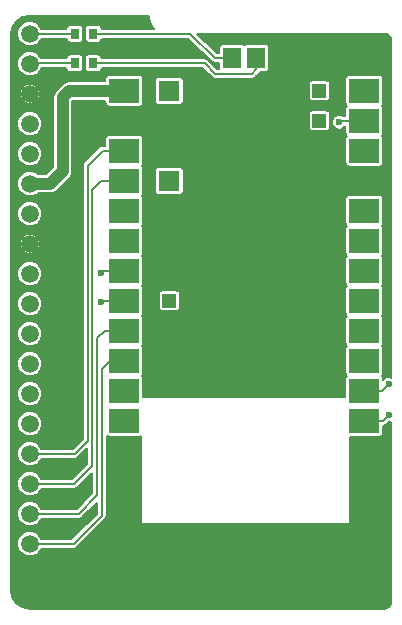
<source format=gbr>
G04 #@! TF.FileFunction,Copper,L1,Top,Signal*
%FSLAX46Y46*%
G04 Gerber Fmt 4.6, Leading zero omitted, Abs format (unit mm)*
G04 Created by KiCad (PCBNEW 4.0.6-e0-6349~53~ubuntu14.04.1) date Mon Apr  3 19:06:30 2017*
%MOMM*%
%LPD*%
G01*
G04 APERTURE LIST*
%ADD10C,0.100000*%
%ADD11C,1.500000*%
%ADD12R,0.787000X0.864000*%
%ADD13R,2.540000X2.032000*%
%ADD14R,1.143000X1.143000*%
%ADD15R,1.778000X1.778000*%
%ADD16R,1.524000X1.778000*%
%ADD17C,0.600000*%
%ADD18C,1.000000*%
%ADD19C,0.200000*%
G04 APERTURE END LIST*
D10*
D11*
X128000000Y-85990000D03*
X128000000Y-88530000D03*
X128000000Y-91070000D03*
X128000000Y-93610000D03*
X128000000Y-96150000D03*
X128000000Y-98690000D03*
X128000000Y-101230000D03*
X128000000Y-103770000D03*
X128000000Y-106310000D03*
X128000000Y-108850000D03*
X128000000Y-111390000D03*
X128000000Y-113930000D03*
X128000000Y-116470000D03*
X128000000Y-119010000D03*
X128000000Y-121550000D03*
X128000000Y-124090000D03*
X128000000Y-83450000D03*
X128000000Y-80910000D03*
D12*
X131825500Y-80900000D03*
X133374500Y-80900000D03*
X131825500Y-83400000D03*
X133374500Y-83400000D03*
D13*
X136000000Y-85742000D03*
X136000000Y-88282000D03*
X136000000Y-90822000D03*
X136000000Y-93362000D03*
X136000000Y-95902000D03*
X136000000Y-98442000D03*
X136000000Y-100982000D03*
X136000000Y-103522000D03*
X136000000Y-106062000D03*
X136000000Y-108602000D03*
X136000000Y-111142000D03*
X136000000Y-113682000D03*
X156320000Y-113682000D03*
X156320000Y-111142000D03*
X156320000Y-108602000D03*
X156320000Y-106062000D03*
X156320000Y-103522000D03*
X156320000Y-100982000D03*
X156320000Y-98442000D03*
X156320000Y-95902000D03*
X156320000Y-93362000D03*
X156320000Y-90822000D03*
X156320000Y-88282000D03*
X156320000Y-85742000D03*
D14*
X152510000Y-85742000D03*
X152510000Y-88282000D03*
D15*
X139810000Y-93362000D03*
X139810000Y-85742000D03*
D14*
X139810000Y-103522000D03*
D16*
X145144000Y-82948000D03*
X147176000Y-82948000D03*
D17*
X153600000Y-93600000D03*
X138600000Y-88400000D03*
X154200000Y-88400000D03*
X134000000Y-101200000D03*
X134000000Y-103600000D03*
X158400000Y-110600000D03*
X158400000Y-113200000D03*
D18*
X156320000Y-93362000D02*
X153838000Y-93362000D01*
X153838000Y-93362000D02*
X153600000Y-93600000D01*
X136000000Y-88282000D02*
X138482000Y-88282000D01*
X138482000Y-88282000D02*
X138600000Y-88400000D01*
D19*
X131825500Y-83400000D02*
X128050000Y-83400000D01*
X128050000Y-83400000D02*
X128000000Y-83450000D01*
X131825500Y-80900000D02*
X128010000Y-80900000D01*
X128010000Y-80900000D02*
X128000000Y-80910000D01*
D18*
X128000000Y-93610000D02*
X129690000Y-93610000D01*
X131358000Y-85742000D02*
X136000000Y-85742000D01*
X130800000Y-86300000D02*
X131358000Y-85742000D01*
X130800000Y-92500000D02*
X130800000Y-86300000D01*
X129690000Y-93610000D02*
X130800000Y-92500000D01*
D19*
X154318000Y-88282000D02*
X156320000Y-88282000D01*
X154200000Y-88400000D02*
X154318000Y-88282000D01*
X134218000Y-100982000D02*
X136000000Y-100982000D01*
X134000000Y-101200000D02*
X134218000Y-100982000D01*
X134078000Y-103522000D02*
X136000000Y-103522000D01*
X134000000Y-103600000D02*
X134078000Y-103522000D01*
X128000000Y-116470000D02*
X131830000Y-116470000D01*
X134178000Y-90822000D02*
X136000000Y-90822000D01*
X132899994Y-92100006D02*
X134178000Y-90822000D01*
X132899994Y-115400006D02*
X132899994Y-92100006D01*
X131830000Y-116470000D02*
X132899994Y-115400006D01*
X128000000Y-119010000D02*
X131790000Y-119010000D01*
X134038000Y-93362000D02*
X136000000Y-93362000D01*
X133299996Y-94100004D02*
X134038000Y-93362000D01*
X133299996Y-117500004D02*
X133299996Y-94100004D01*
X131790000Y-119010000D02*
X133299996Y-117500004D01*
X128000000Y-121550000D02*
X132150000Y-121550000D01*
X134338000Y-106062000D02*
X136000000Y-106062000D01*
X133699998Y-106700002D02*
X134338000Y-106062000D01*
X133699998Y-120000002D02*
X133699998Y-106700002D01*
X132150000Y-121550000D02*
X133699998Y-120000002D01*
X128000000Y-124090000D02*
X131710000Y-124090000D01*
X134100000Y-109300000D02*
X134798000Y-108602000D01*
X134100000Y-121700000D02*
X134100000Y-109300000D01*
X131710000Y-124090000D02*
X134100000Y-121700000D01*
X134798000Y-108602000D02*
X136000000Y-108602000D01*
X145144000Y-82948000D02*
X143648000Y-82948000D01*
X141600000Y-80900000D02*
X133374500Y-80900000D01*
X143648000Y-82948000D02*
X141600000Y-80900000D01*
X147176000Y-82948000D02*
X147176000Y-83924000D01*
X142800000Y-83400000D02*
X133374500Y-83400000D01*
X143700000Y-84300000D02*
X142800000Y-83400000D01*
X146800000Y-84300000D02*
X143700000Y-84300000D01*
X147176000Y-83924000D02*
X146800000Y-84300000D01*
X156320000Y-111142000D02*
X157858000Y-111142000D01*
X157858000Y-111142000D02*
X158400000Y-110600000D01*
X156320000Y-113682000D02*
X157918000Y-113682000D01*
X157918000Y-113682000D02*
X158400000Y-113200000D01*
G36*
X138037220Y-79410142D02*
X138068774Y-79431225D01*
X138089859Y-79462781D01*
X138112590Y-79577060D01*
X138188710Y-79959743D01*
X138247689Y-80102133D01*
X138464462Y-80426557D01*
X138517905Y-80480000D01*
X134094269Y-80480000D01*
X134094269Y-80468000D01*
X134071956Y-80349415D01*
X134001872Y-80240502D01*
X133894937Y-80167436D01*
X133768000Y-80141731D01*
X132981000Y-80141731D01*
X132862415Y-80164044D01*
X132753502Y-80234128D01*
X132680436Y-80341063D01*
X132654731Y-80468000D01*
X132654731Y-81332000D01*
X132677044Y-81450585D01*
X132747128Y-81559498D01*
X132854063Y-81632564D01*
X132981000Y-81658269D01*
X133768000Y-81658269D01*
X133886585Y-81635956D01*
X133995498Y-81565872D01*
X134068564Y-81458937D01*
X134094269Y-81332000D01*
X134094269Y-81320000D01*
X141426030Y-81320000D01*
X143351015Y-83244985D01*
X143487273Y-83336029D01*
X143648000Y-83368000D01*
X144055731Y-83368000D01*
X144055731Y-83837000D01*
X144063822Y-83880000D01*
X143873970Y-83880000D01*
X143096985Y-83103015D01*
X142960727Y-83011971D01*
X142800000Y-82980000D01*
X134094269Y-82980000D01*
X134094269Y-82968000D01*
X134071956Y-82849415D01*
X134001872Y-82740502D01*
X133894937Y-82667436D01*
X133768000Y-82641731D01*
X132981000Y-82641731D01*
X132862415Y-82664044D01*
X132753502Y-82734128D01*
X132680436Y-82841063D01*
X132654731Y-82968000D01*
X132654731Y-83832000D01*
X132677044Y-83950585D01*
X132747128Y-84059498D01*
X132854063Y-84132564D01*
X132981000Y-84158269D01*
X133768000Y-84158269D01*
X133886585Y-84135956D01*
X133995498Y-84065872D01*
X134068564Y-83958937D01*
X134094269Y-83832000D01*
X134094269Y-83820000D01*
X142626030Y-83820000D01*
X143403015Y-84596985D01*
X143539273Y-84688029D01*
X143700000Y-84720000D01*
X146800000Y-84720000D01*
X146960727Y-84688029D01*
X147096985Y-84596985D01*
X147472985Y-84220985D01*
X147511549Y-84163269D01*
X147938000Y-84163269D01*
X148056585Y-84140956D01*
X148165498Y-84070872D01*
X148238564Y-83963937D01*
X148264269Y-83837000D01*
X148264269Y-82059000D01*
X148241956Y-81940415D01*
X148171872Y-81831502D01*
X148064937Y-81758436D01*
X147938000Y-81732731D01*
X146414000Y-81732731D01*
X146295415Y-81755044D01*
X146186502Y-81825128D01*
X146160376Y-81863365D01*
X146139872Y-81831502D01*
X146032937Y-81758436D01*
X145906000Y-81732731D01*
X144382000Y-81732731D01*
X144263415Y-81755044D01*
X144154502Y-81825128D01*
X144081436Y-81932063D01*
X144055731Y-82059000D01*
X144055731Y-82528000D01*
X143821970Y-82528000D01*
X142188970Y-80895000D01*
X157961098Y-80895000D01*
X158228561Y-80948201D01*
X158422327Y-81077671D01*
X158551799Y-81271440D01*
X158605000Y-81538902D01*
X158605000Y-110013797D01*
X158523867Y-109980107D01*
X158277215Y-109979892D01*
X158049257Y-110074083D01*
X157916269Y-110206839D01*
X157916269Y-110126000D01*
X157893956Y-110007415D01*
X157823872Y-109898502D01*
X157785635Y-109872376D01*
X157817498Y-109851872D01*
X157890564Y-109744937D01*
X157916269Y-109618000D01*
X157916269Y-107586000D01*
X157893956Y-107467415D01*
X157823872Y-107358502D01*
X157785635Y-107332376D01*
X157817498Y-107311872D01*
X157890564Y-107204937D01*
X157916269Y-107078000D01*
X157916269Y-105046000D01*
X157893956Y-104927415D01*
X157823872Y-104818502D01*
X157785635Y-104792376D01*
X157817498Y-104771872D01*
X157890564Y-104664937D01*
X157916269Y-104538000D01*
X157916269Y-102506000D01*
X157893956Y-102387415D01*
X157823872Y-102278502D01*
X157785635Y-102252376D01*
X157817498Y-102231872D01*
X157890564Y-102124937D01*
X157916269Y-101998000D01*
X157916269Y-99966000D01*
X157893956Y-99847415D01*
X157823872Y-99738502D01*
X157785635Y-99712376D01*
X157817498Y-99691872D01*
X157890564Y-99584937D01*
X157916269Y-99458000D01*
X157916269Y-97426000D01*
X157893956Y-97307415D01*
X157823872Y-97198502D01*
X157785635Y-97172376D01*
X157817498Y-97151872D01*
X157890564Y-97044937D01*
X157916269Y-96918000D01*
X157916269Y-94886000D01*
X157893956Y-94767415D01*
X157823872Y-94658502D01*
X157716937Y-94585436D01*
X157590000Y-94559731D01*
X155050000Y-94559731D01*
X154931415Y-94582044D01*
X154822502Y-94652128D01*
X154749436Y-94759063D01*
X154723731Y-94886000D01*
X154723731Y-96918000D01*
X154746044Y-97036585D01*
X154816128Y-97145498D01*
X154854365Y-97171624D01*
X154822502Y-97192128D01*
X154749436Y-97299063D01*
X154723731Y-97426000D01*
X154723731Y-99458000D01*
X154746044Y-99576585D01*
X154816128Y-99685498D01*
X154854365Y-99711624D01*
X154822502Y-99732128D01*
X154749436Y-99839063D01*
X154723731Y-99966000D01*
X154723731Y-101998000D01*
X154746044Y-102116585D01*
X154816128Y-102225498D01*
X154854365Y-102251624D01*
X154822502Y-102272128D01*
X154749436Y-102379063D01*
X154723731Y-102506000D01*
X154723731Y-104538000D01*
X154746044Y-104656585D01*
X154816128Y-104765498D01*
X154854365Y-104791624D01*
X154822502Y-104812128D01*
X154749436Y-104919063D01*
X154723731Y-105046000D01*
X154723731Y-107078000D01*
X154746044Y-107196585D01*
X154816128Y-107305498D01*
X154854365Y-107331624D01*
X154822502Y-107352128D01*
X154749436Y-107459063D01*
X154723731Y-107586000D01*
X154723731Y-109618000D01*
X154746044Y-109736585D01*
X154816128Y-109845498D01*
X154854365Y-109871624D01*
X154822502Y-109892128D01*
X154749436Y-109999063D01*
X154723731Y-110126000D01*
X154723731Y-111700000D01*
X137596269Y-111700000D01*
X137596269Y-110126000D01*
X137573956Y-110007415D01*
X137503872Y-109898502D01*
X137465635Y-109872376D01*
X137497498Y-109851872D01*
X137570564Y-109744937D01*
X137596269Y-109618000D01*
X137596269Y-107586000D01*
X137573956Y-107467415D01*
X137503872Y-107358502D01*
X137465635Y-107332376D01*
X137497498Y-107311872D01*
X137570564Y-107204937D01*
X137596269Y-107078000D01*
X137596269Y-105046000D01*
X137573956Y-104927415D01*
X137503872Y-104818502D01*
X137465635Y-104792376D01*
X137497498Y-104771872D01*
X137570564Y-104664937D01*
X137596269Y-104538000D01*
X137596269Y-102950500D01*
X138912231Y-102950500D01*
X138912231Y-104093500D01*
X138934544Y-104212085D01*
X139004628Y-104320998D01*
X139111563Y-104394064D01*
X139238500Y-104419769D01*
X140381500Y-104419769D01*
X140500085Y-104397456D01*
X140608998Y-104327372D01*
X140682064Y-104220437D01*
X140707769Y-104093500D01*
X140707769Y-102950500D01*
X140685456Y-102831915D01*
X140615372Y-102723002D01*
X140508437Y-102649936D01*
X140381500Y-102624231D01*
X139238500Y-102624231D01*
X139119915Y-102646544D01*
X139011002Y-102716628D01*
X138937936Y-102823563D01*
X138912231Y-102950500D01*
X137596269Y-102950500D01*
X137596269Y-102506000D01*
X137573956Y-102387415D01*
X137503872Y-102278502D01*
X137465635Y-102252376D01*
X137497498Y-102231872D01*
X137570564Y-102124937D01*
X137596269Y-101998000D01*
X137596269Y-99966000D01*
X137573956Y-99847415D01*
X137503872Y-99738502D01*
X137465635Y-99712376D01*
X137497498Y-99691872D01*
X137570564Y-99584937D01*
X137596269Y-99458000D01*
X137596269Y-97426000D01*
X137573956Y-97307415D01*
X137503872Y-97198502D01*
X137465635Y-97172376D01*
X137497498Y-97151872D01*
X137570564Y-97044937D01*
X137596269Y-96918000D01*
X137596269Y-94886000D01*
X137573956Y-94767415D01*
X137503872Y-94658502D01*
X137465635Y-94632376D01*
X137497498Y-94611872D01*
X137570564Y-94504937D01*
X137596269Y-94378000D01*
X137596269Y-92473000D01*
X138594731Y-92473000D01*
X138594731Y-94251000D01*
X138617044Y-94369585D01*
X138687128Y-94478498D01*
X138794063Y-94551564D01*
X138921000Y-94577269D01*
X140699000Y-94577269D01*
X140817585Y-94554956D01*
X140926498Y-94484872D01*
X140999564Y-94377937D01*
X141025269Y-94251000D01*
X141025269Y-93412000D01*
X154950000Y-93412000D01*
X154950000Y-94397891D01*
X154965224Y-94434646D01*
X154993355Y-94462776D01*
X155030109Y-94478000D01*
X156270000Y-94478000D01*
X156295000Y-94453000D01*
X156295000Y-93387000D01*
X156345000Y-93387000D01*
X156345000Y-94453000D01*
X156370000Y-94478000D01*
X157609891Y-94478000D01*
X157646645Y-94462776D01*
X157674776Y-94434646D01*
X157690000Y-94397891D01*
X157690000Y-93412000D01*
X157665000Y-93387000D01*
X156345000Y-93387000D01*
X156295000Y-93387000D01*
X154975000Y-93387000D01*
X154950000Y-93412000D01*
X141025269Y-93412000D01*
X141025269Y-92473000D01*
X141002956Y-92354415D01*
X140984742Y-92326109D01*
X154950000Y-92326109D01*
X154950000Y-93312000D01*
X154975000Y-93337000D01*
X156295000Y-93337000D01*
X156295000Y-92271000D01*
X156345000Y-92271000D01*
X156345000Y-93337000D01*
X157665000Y-93337000D01*
X157690000Y-93312000D01*
X157690000Y-92326109D01*
X157674776Y-92289354D01*
X157646645Y-92261224D01*
X157609891Y-92246000D01*
X156370000Y-92246000D01*
X156345000Y-92271000D01*
X156295000Y-92271000D01*
X156270000Y-92246000D01*
X155030109Y-92246000D01*
X154993355Y-92261224D01*
X154965224Y-92289354D01*
X154950000Y-92326109D01*
X140984742Y-92326109D01*
X140932872Y-92245502D01*
X140825937Y-92172436D01*
X140699000Y-92146731D01*
X138921000Y-92146731D01*
X138802415Y-92169044D01*
X138693502Y-92239128D01*
X138620436Y-92346063D01*
X138594731Y-92473000D01*
X137596269Y-92473000D01*
X137596269Y-92346000D01*
X137573956Y-92227415D01*
X137503872Y-92118502D01*
X137465635Y-92092376D01*
X137497498Y-92071872D01*
X137570564Y-91964937D01*
X137596269Y-91838000D01*
X137596269Y-89806000D01*
X137573956Y-89687415D01*
X137503872Y-89578502D01*
X137396937Y-89505436D01*
X137270000Y-89479731D01*
X134730000Y-89479731D01*
X134611415Y-89502044D01*
X134502502Y-89572128D01*
X134429436Y-89679063D01*
X134403731Y-89806000D01*
X134403731Y-90402000D01*
X134178000Y-90402000D01*
X134017273Y-90433971D01*
X133881015Y-90525015D01*
X132603009Y-91803021D01*
X132511965Y-91939279D01*
X132479994Y-92100006D01*
X132479994Y-115226036D01*
X131656030Y-116050000D01*
X128984202Y-116050000D01*
X128907631Y-115864685D01*
X128606898Y-115563427D01*
X128213770Y-115400186D01*
X127788098Y-115399814D01*
X127394685Y-115562369D01*
X127093427Y-115863102D01*
X126930186Y-116256230D01*
X126929814Y-116681902D01*
X127092369Y-117075315D01*
X127393102Y-117376573D01*
X127786230Y-117539814D01*
X128211902Y-117540186D01*
X128605315Y-117377631D01*
X128906573Y-117076898D01*
X128984180Y-116890000D01*
X131830000Y-116890000D01*
X131990727Y-116858029D01*
X132126985Y-116766985D01*
X132879996Y-116013974D01*
X132879996Y-117326034D01*
X131616030Y-118590000D01*
X128984202Y-118590000D01*
X128907631Y-118404685D01*
X128606898Y-118103427D01*
X128213770Y-117940186D01*
X127788098Y-117939814D01*
X127394685Y-118102369D01*
X127093427Y-118403102D01*
X126930186Y-118796230D01*
X126929814Y-119221902D01*
X127092369Y-119615315D01*
X127393102Y-119916573D01*
X127786230Y-120079814D01*
X128211902Y-120080186D01*
X128605315Y-119917631D01*
X128906573Y-119616898D01*
X128984180Y-119430000D01*
X131790000Y-119430000D01*
X131950727Y-119398029D01*
X132086985Y-119306985D01*
X133279998Y-118113972D01*
X133279998Y-119826032D01*
X131976030Y-121130000D01*
X128984202Y-121130000D01*
X128907631Y-120944685D01*
X128606898Y-120643427D01*
X128213770Y-120480186D01*
X127788098Y-120479814D01*
X127394685Y-120642369D01*
X127093427Y-120943102D01*
X126930186Y-121336230D01*
X126929814Y-121761902D01*
X127092369Y-122155315D01*
X127393102Y-122456573D01*
X127786230Y-122619814D01*
X128211902Y-122620186D01*
X128605315Y-122457631D01*
X128906573Y-122156898D01*
X128984180Y-121970000D01*
X132150000Y-121970000D01*
X132310727Y-121938029D01*
X132446985Y-121846985D01*
X133680000Y-120613970D01*
X133680000Y-121526030D01*
X131536030Y-123670000D01*
X128984202Y-123670000D01*
X128907631Y-123484685D01*
X128606898Y-123183427D01*
X128213770Y-123020186D01*
X127788098Y-123019814D01*
X127394685Y-123182369D01*
X127093427Y-123483102D01*
X126930186Y-123876230D01*
X126929814Y-124301902D01*
X127092369Y-124695315D01*
X127393102Y-124996573D01*
X127786230Y-125159814D01*
X128211902Y-125160186D01*
X128605315Y-124997631D01*
X128906573Y-124696898D01*
X128984180Y-124510000D01*
X131710000Y-124510000D01*
X131870727Y-124478029D01*
X132006985Y-124386985D01*
X134396985Y-121996985D01*
X134488029Y-121860727D01*
X134520000Y-121700000D01*
X134520000Y-114941809D01*
X134603063Y-114998564D01*
X134730000Y-115024269D01*
X137270000Y-115024269D01*
X137388585Y-115001956D01*
X137400000Y-114994611D01*
X137400000Y-122300000D01*
X137406839Y-122336346D01*
X137428319Y-122369727D01*
X137461094Y-122392121D01*
X137500000Y-122400000D01*
X155000000Y-122400000D01*
X155036346Y-122393161D01*
X155069727Y-122371681D01*
X155092121Y-122338906D01*
X155100000Y-122300000D01*
X155100000Y-115024269D01*
X157590000Y-115024269D01*
X157708585Y-115001956D01*
X157817498Y-114931872D01*
X157890564Y-114824937D01*
X157916269Y-114698000D01*
X157916269Y-114102000D01*
X157918000Y-114102000D01*
X158078727Y-114070029D01*
X158214985Y-113978985D01*
X158373992Y-113819978D01*
X158522785Y-113820108D01*
X158605000Y-113786137D01*
X158605000Y-128961098D01*
X158551799Y-129228560D01*
X158422327Y-129422329D01*
X158228561Y-129551799D01*
X157961098Y-129605000D01*
X128038903Y-129605000D01*
X127388755Y-129475677D01*
X126870565Y-129129435D01*
X126524323Y-128611245D01*
X126395000Y-127961096D01*
X126395000Y-114141902D01*
X126929814Y-114141902D01*
X127092369Y-114535315D01*
X127393102Y-114836573D01*
X127786230Y-114999814D01*
X128211902Y-115000186D01*
X128605315Y-114837631D01*
X128906573Y-114536898D01*
X129069814Y-114143770D01*
X129070186Y-113718098D01*
X128907631Y-113324685D01*
X128606898Y-113023427D01*
X128213770Y-112860186D01*
X127788098Y-112859814D01*
X127394685Y-113022369D01*
X127093427Y-113323102D01*
X126930186Y-113716230D01*
X126929814Y-114141902D01*
X126395000Y-114141902D01*
X126395000Y-111601902D01*
X126929814Y-111601902D01*
X127092369Y-111995315D01*
X127393102Y-112296573D01*
X127786230Y-112459814D01*
X128211902Y-112460186D01*
X128605315Y-112297631D01*
X128906573Y-111996898D01*
X129069814Y-111603770D01*
X129070186Y-111178098D01*
X128907631Y-110784685D01*
X128606898Y-110483427D01*
X128213770Y-110320186D01*
X127788098Y-110319814D01*
X127394685Y-110482369D01*
X127093427Y-110783102D01*
X126930186Y-111176230D01*
X126929814Y-111601902D01*
X126395000Y-111601902D01*
X126395000Y-109061902D01*
X126929814Y-109061902D01*
X127092369Y-109455315D01*
X127393102Y-109756573D01*
X127786230Y-109919814D01*
X128211902Y-109920186D01*
X128605315Y-109757631D01*
X128906573Y-109456898D01*
X129069814Y-109063770D01*
X129070186Y-108638098D01*
X128907631Y-108244685D01*
X128606898Y-107943427D01*
X128213770Y-107780186D01*
X127788098Y-107779814D01*
X127394685Y-107942369D01*
X127093427Y-108243102D01*
X126930186Y-108636230D01*
X126929814Y-109061902D01*
X126395000Y-109061902D01*
X126395000Y-106521902D01*
X126929814Y-106521902D01*
X127092369Y-106915315D01*
X127393102Y-107216573D01*
X127786230Y-107379814D01*
X128211902Y-107380186D01*
X128605315Y-107217631D01*
X128906573Y-106916898D01*
X129069814Y-106523770D01*
X129070186Y-106098098D01*
X128907631Y-105704685D01*
X128606898Y-105403427D01*
X128213770Y-105240186D01*
X127788098Y-105239814D01*
X127394685Y-105402369D01*
X127093427Y-105703102D01*
X126930186Y-106096230D01*
X126929814Y-106521902D01*
X126395000Y-106521902D01*
X126395000Y-103981902D01*
X126929814Y-103981902D01*
X127092369Y-104375315D01*
X127393102Y-104676573D01*
X127786230Y-104839814D01*
X128211902Y-104840186D01*
X128605315Y-104677631D01*
X128906573Y-104376898D01*
X129069814Y-103983770D01*
X129070186Y-103558098D01*
X128907631Y-103164685D01*
X128606898Y-102863427D01*
X128213770Y-102700186D01*
X127788098Y-102699814D01*
X127394685Y-102862369D01*
X127093427Y-103163102D01*
X126930186Y-103556230D01*
X126929814Y-103981902D01*
X126395000Y-103981902D01*
X126395000Y-101441902D01*
X126929814Y-101441902D01*
X127092369Y-101835315D01*
X127393102Y-102136573D01*
X127786230Y-102299814D01*
X128211902Y-102300186D01*
X128605315Y-102137631D01*
X128906573Y-101836898D01*
X129069814Y-101443770D01*
X129070186Y-101018098D01*
X128907631Y-100624685D01*
X128606898Y-100323427D01*
X128213770Y-100160186D01*
X127788098Y-100159814D01*
X127394685Y-100322369D01*
X127093427Y-100623102D01*
X126930186Y-101016230D01*
X126929814Y-101441902D01*
X126395000Y-101441902D01*
X126395000Y-99302553D01*
X127422802Y-99302553D01*
X127511032Y-99405539D01*
X127822078Y-99538192D01*
X128160210Y-99541715D01*
X128473952Y-99415573D01*
X128488968Y-99405539D01*
X128577198Y-99302553D01*
X128000000Y-98725355D01*
X127422802Y-99302553D01*
X126395000Y-99302553D01*
X126395000Y-98850210D01*
X127148285Y-98850210D01*
X127274427Y-99163952D01*
X127284461Y-99178968D01*
X127387447Y-99267198D01*
X127964645Y-98690000D01*
X128035355Y-98690000D01*
X128612553Y-99267198D01*
X128715539Y-99178968D01*
X128848192Y-98867922D01*
X128851715Y-98529790D01*
X128725573Y-98216048D01*
X128715539Y-98201032D01*
X128612553Y-98112802D01*
X128035355Y-98690000D01*
X127964645Y-98690000D01*
X127387447Y-98112802D01*
X127284461Y-98201032D01*
X127151808Y-98512078D01*
X127148285Y-98850210D01*
X126395000Y-98850210D01*
X126395000Y-98077447D01*
X127422802Y-98077447D01*
X128000000Y-98654645D01*
X128577198Y-98077447D01*
X128488968Y-97974461D01*
X128177922Y-97841808D01*
X127839790Y-97838285D01*
X127526048Y-97964427D01*
X127511032Y-97974461D01*
X127422802Y-98077447D01*
X126395000Y-98077447D01*
X126395000Y-96361902D01*
X126929814Y-96361902D01*
X127092369Y-96755315D01*
X127393102Y-97056573D01*
X127786230Y-97219814D01*
X128211902Y-97220186D01*
X128605315Y-97057631D01*
X128906573Y-96756898D01*
X129069814Y-96363770D01*
X129070186Y-95938098D01*
X128907631Y-95544685D01*
X128606898Y-95243427D01*
X128213770Y-95080186D01*
X127788098Y-95079814D01*
X127394685Y-95242369D01*
X127093427Y-95543102D01*
X126930186Y-95936230D01*
X126929814Y-96361902D01*
X126395000Y-96361902D01*
X126395000Y-93821902D01*
X126929814Y-93821902D01*
X127092369Y-94215315D01*
X127393102Y-94516573D01*
X127786230Y-94679814D01*
X128211902Y-94680186D01*
X128605315Y-94517631D01*
X128693099Y-94430000D01*
X129689995Y-94430000D01*
X129690000Y-94430001D01*
X130003801Y-94367581D01*
X130269828Y-94189828D01*
X131379828Y-93079828D01*
X131557581Y-92813801D01*
X131620001Y-92500000D01*
X131620000Y-92499995D01*
X131620000Y-88332000D01*
X134630000Y-88332000D01*
X134630000Y-89317891D01*
X134645224Y-89354646D01*
X134673355Y-89382776D01*
X134710109Y-89398000D01*
X135950000Y-89398000D01*
X135975000Y-89373000D01*
X135975000Y-88307000D01*
X136025000Y-88307000D01*
X136025000Y-89373000D01*
X136050000Y-89398000D01*
X137289891Y-89398000D01*
X137326645Y-89382776D01*
X137354776Y-89354646D01*
X137370000Y-89317891D01*
X137370000Y-88332000D01*
X137345000Y-88307000D01*
X136025000Y-88307000D01*
X135975000Y-88307000D01*
X134655000Y-88307000D01*
X134630000Y-88332000D01*
X131620000Y-88332000D01*
X131620000Y-87246109D01*
X134630000Y-87246109D01*
X134630000Y-88232000D01*
X134655000Y-88257000D01*
X135975000Y-88257000D01*
X135975000Y-87191000D01*
X136025000Y-87191000D01*
X136025000Y-88257000D01*
X137345000Y-88257000D01*
X137370000Y-88232000D01*
X137370000Y-87710500D01*
X151612231Y-87710500D01*
X151612231Y-88853500D01*
X151634544Y-88972085D01*
X151704628Y-89080998D01*
X151811563Y-89154064D01*
X151938500Y-89179769D01*
X153081500Y-89179769D01*
X153200085Y-89157456D01*
X153308998Y-89087372D01*
X153382064Y-88980437D01*
X153407769Y-88853500D01*
X153407769Y-88522785D01*
X153579892Y-88522785D01*
X153674083Y-88750743D01*
X153848339Y-88925304D01*
X154076133Y-89019893D01*
X154322785Y-89020108D01*
X154550743Y-88925917D01*
X154723731Y-88753231D01*
X154723731Y-89298000D01*
X154746044Y-89416585D01*
X154816128Y-89525498D01*
X154854365Y-89551624D01*
X154822502Y-89572128D01*
X154749436Y-89679063D01*
X154723731Y-89806000D01*
X154723731Y-91838000D01*
X154746044Y-91956585D01*
X154816128Y-92065498D01*
X154923063Y-92138564D01*
X155050000Y-92164269D01*
X157590000Y-92164269D01*
X157708585Y-92141956D01*
X157817498Y-92071872D01*
X157890564Y-91964937D01*
X157916269Y-91838000D01*
X157916269Y-89806000D01*
X157893956Y-89687415D01*
X157823872Y-89578502D01*
X157785635Y-89552376D01*
X157817498Y-89531872D01*
X157890564Y-89424937D01*
X157916269Y-89298000D01*
X157916269Y-87266000D01*
X157893956Y-87147415D01*
X157823872Y-87038502D01*
X157785635Y-87012376D01*
X157817498Y-86991872D01*
X157890564Y-86884937D01*
X157916269Y-86758000D01*
X157916269Y-84726000D01*
X157893956Y-84607415D01*
X157823872Y-84498502D01*
X157716937Y-84425436D01*
X157590000Y-84399731D01*
X155050000Y-84399731D01*
X154931415Y-84422044D01*
X154822502Y-84492128D01*
X154749436Y-84599063D01*
X154723731Y-84726000D01*
X154723731Y-86758000D01*
X154746044Y-86876585D01*
X154816128Y-86985498D01*
X154854365Y-87011624D01*
X154822502Y-87032128D01*
X154749436Y-87139063D01*
X154723731Y-87266000D01*
X154723731Y-87862000D01*
X154521086Y-87862000D01*
X154323867Y-87780107D01*
X154077215Y-87779892D01*
X153849257Y-87874083D01*
X153674696Y-88048339D01*
X153580107Y-88276133D01*
X153579892Y-88522785D01*
X153407769Y-88522785D01*
X153407769Y-87710500D01*
X153385456Y-87591915D01*
X153315372Y-87483002D01*
X153208437Y-87409936D01*
X153081500Y-87384231D01*
X151938500Y-87384231D01*
X151819915Y-87406544D01*
X151711002Y-87476628D01*
X151637936Y-87583563D01*
X151612231Y-87710500D01*
X137370000Y-87710500D01*
X137370000Y-87246109D01*
X137354776Y-87209354D01*
X137326645Y-87181224D01*
X137289891Y-87166000D01*
X136050000Y-87166000D01*
X136025000Y-87191000D01*
X135975000Y-87191000D01*
X135950000Y-87166000D01*
X134710109Y-87166000D01*
X134673355Y-87181224D01*
X134645224Y-87209354D01*
X134630000Y-87246109D01*
X131620000Y-87246109D01*
X131620000Y-86639656D01*
X131697655Y-86562000D01*
X134403731Y-86562000D01*
X134403731Y-86758000D01*
X134426044Y-86876585D01*
X134496128Y-86985498D01*
X134603063Y-87058564D01*
X134730000Y-87084269D01*
X137270000Y-87084269D01*
X137388585Y-87061956D01*
X137497498Y-86991872D01*
X137570564Y-86884937D01*
X137596269Y-86758000D01*
X137596269Y-84853000D01*
X138594731Y-84853000D01*
X138594731Y-86631000D01*
X138617044Y-86749585D01*
X138687128Y-86858498D01*
X138794063Y-86931564D01*
X138921000Y-86957269D01*
X140699000Y-86957269D01*
X140817585Y-86934956D01*
X140926498Y-86864872D01*
X140999564Y-86757937D01*
X141025269Y-86631000D01*
X141025269Y-85170500D01*
X151612231Y-85170500D01*
X151612231Y-86313500D01*
X151634544Y-86432085D01*
X151704628Y-86540998D01*
X151811563Y-86614064D01*
X151938500Y-86639769D01*
X153081500Y-86639769D01*
X153200085Y-86617456D01*
X153308998Y-86547372D01*
X153382064Y-86440437D01*
X153407769Y-86313500D01*
X153407769Y-85170500D01*
X153385456Y-85051915D01*
X153315372Y-84943002D01*
X153208437Y-84869936D01*
X153081500Y-84844231D01*
X151938500Y-84844231D01*
X151819915Y-84866544D01*
X151711002Y-84936628D01*
X151637936Y-85043563D01*
X151612231Y-85170500D01*
X141025269Y-85170500D01*
X141025269Y-84853000D01*
X141002956Y-84734415D01*
X140932872Y-84625502D01*
X140825937Y-84552436D01*
X140699000Y-84526731D01*
X138921000Y-84526731D01*
X138802415Y-84549044D01*
X138693502Y-84619128D01*
X138620436Y-84726063D01*
X138594731Y-84853000D01*
X137596269Y-84853000D01*
X137596269Y-84726000D01*
X137573956Y-84607415D01*
X137503872Y-84498502D01*
X137396937Y-84425436D01*
X137270000Y-84399731D01*
X134730000Y-84399731D01*
X134611415Y-84422044D01*
X134502502Y-84492128D01*
X134429436Y-84599063D01*
X134403731Y-84726000D01*
X134403731Y-84922000D01*
X131358005Y-84922000D01*
X131358000Y-84921999D01*
X131044199Y-84984419D01*
X130955684Y-85043563D01*
X130778172Y-85162172D01*
X130778170Y-85162175D01*
X130220172Y-85720172D01*
X130042419Y-85986199D01*
X129979999Y-86300000D01*
X129980000Y-86300005D01*
X129980000Y-92160344D01*
X129350344Y-92790000D01*
X128693320Y-92790000D01*
X128606898Y-92703427D01*
X128213770Y-92540186D01*
X127788098Y-92539814D01*
X127394685Y-92702369D01*
X127093427Y-93003102D01*
X126930186Y-93396230D01*
X126929814Y-93821902D01*
X126395000Y-93821902D01*
X126395000Y-91281902D01*
X126929814Y-91281902D01*
X127092369Y-91675315D01*
X127393102Y-91976573D01*
X127786230Y-92139814D01*
X128211902Y-92140186D01*
X128605315Y-91977631D01*
X128906573Y-91676898D01*
X129069814Y-91283770D01*
X129070186Y-90858098D01*
X128907631Y-90464685D01*
X128606898Y-90163427D01*
X128213770Y-90000186D01*
X127788098Y-89999814D01*
X127394685Y-90162369D01*
X127093427Y-90463102D01*
X126930186Y-90856230D01*
X126929814Y-91281902D01*
X126395000Y-91281902D01*
X126395000Y-88741902D01*
X126929814Y-88741902D01*
X127092369Y-89135315D01*
X127393102Y-89436573D01*
X127786230Y-89599814D01*
X128211902Y-89600186D01*
X128605315Y-89437631D01*
X128906573Y-89136898D01*
X129069814Y-88743770D01*
X129070186Y-88318098D01*
X128907631Y-87924685D01*
X128606898Y-87623427D01*
X128213770Y-87460186D01*
X127788098Y-87459814D01*
X127394685Y-87622369D01*
X127093427Y-87923102D01*
X126930186Y-88316230D01*
X126929814Y-88741902D01*
X126395000Y-88741902D01*
X126395000Y-86602553D01*
X127422802Y-86602553D01*
X127511032Y-86705539D01*
X127822078Y-86838192D01*
X128160210Y-86841715D01*
X128473952Y-86715573D01*
X128488968Y-86705539D01*
X128577198Y-86602553D01*
X128000000Y-86025355D01*
X127422802Y-86602553D01*
X126395000Y-86602553D01*
X126395000Y-86150210D01*
X127148285Y-86150210D01*
X127274427Y-86463952D01*
X127284461Y-86478968D01*
X127387447Y-86567198D01*
X127964645Y-85990000D01*
X128035355Y-85990000D01*
X128612553Y-86567198D01*
X128715539Y-86478968D01*
X128848192Y-86167922D01*
X128851715Y-85829790D01*
X128725573Y-85516048D01*
X128715539Y-85501032D01*
X128612553Y-85412802D01*
X128035355Y-85990000D01*
X127964645Y-85990000D01*
X127387447Y-85412802D01*
X127284461Y-85501032D01*
X127151808Y-85812078D01*
X127148285Y-86150210D01*
X126395000Y-86150210D01*
X126395000Y-85377447D01*
X127422802Y-85377447D01*
X128000000Y-85954645D01*
X128577198Y-85377447D01*
X128488968Y-85274461D01*
X128177922Y-85141808D01*
X127839790Y-85138285D01*
X127526048Y-85264427D01*
X127511032Y-85274461D01*
X127422802Y-85377447D01*
X126395000Y-85377447D01*
X126395000Y-83661902D01*
X126929814Y-83661902D01*
X127092369Y-84055315D01*
X127393102Y-84356573D01*
X127786230Y-84519814D01*
X128211902Y-84520186D01*
X128605315Y-84357631D01*
X128906573Y-84056898D01*
X129004942Y-83820000D01*
X131105731Y-83820000D01*
X131105731Y-83832000D01*
X131128044Y-83950585D01*
X131198128Y-84059498D01*
X131305063Y-84132564D01*
X131432000Y-84158269D01*
X132219000Y-84158269D01*
X132337585Y-84135956D01*
X132446498Y-84065872D01*
X132519564Y-83958937D01*
X132545269Y-83832000D01*
X132545269Y-82968000D01*
X132522956Y-82849415D01*
X132452872Y-82740502D01*
X132345937Y-82667436D01*
X132219000Y-82641731D01*
X131432000Y-82641731D01*
X131313415Y-82664044D01*
X131204502Y-82734128D01*
X131131436Y-82841063D01*
X131105731Y-82968000D01*
X131105731Y-82980000D01*
X128963542Y-82980000D01*
X128907631Y-82844685D01*
X128606898Y-82543427D01*
X128213770Y-82380186D01*
X127788098Y-82379814D01*
X127394685Y-82542369D01*
X127093427Y-82843102D01*
X126930186Y-83236230D01*
X126929814Y-83661902D01*
X126395000Y-83661902D01*
X126395000Y-81121902D01*
X126929814Y-81121902D01*
X127092369Y-81515315D01*
X127393102Y-81816573D01*
X127786230Y-81979814D01*
X128211902Y-81980186D01*
X128605315Y-81817631D01*
X128906573Y-81516898D01*
X128988332Y-81320000D01*
X131105731Y-81320000D01*
X131105731Y-81332000D01*
X131128044Y-81450585D01*
X131198128Y-81559498D01*
X131305063Y-81632564D01*
X131432000Y-81658269D01*
X132219000Y-81658269D01*
X132337585Y-81635956D01*
X132446498Y-81565872D01*
X132519564Y-81458937D01*
X132545269Y-81332000D01*
X132545269Y-80468000D01*
X132522956Y-80349415D01*
X132452872Y-80240502D01*
X132345937Y-80167436D01*
X132219000Y-80141731D01*
X131432000Y-80141731D01*
X131313415Y-80164044D01*
X131204502Y-80234128D01*
X131131436Y-80341063D01*
X131105731Y-80468000D01*
X131105731Y-80480000D01*
X128980070Y-80480000D01*
X128907631Y-80304685D01*
X128606898Y-80003427D01*
X128213770Y-79840186D01*
X127788098Y-79839814D01*
X127394685Y-80002369D01*
X127093427Y-80303102D01*
X126930186Y-80696230D01*
X126929814Y-81121902D01*
X126395000Y-81121902D01*
X126395000Y-81038904D01*
X126524323Y-80388755D01*
X126870565Y-79870565D01*
X127388755Y-79524323D01*
X128038903Y-79395000D01*
X137961098Y-79395000D01*
X138037220Y-79410142D01*
X138037220Y-79410142D01*
G37*
X138037220Y-79410142D02*
X138068774Y-79431225D01*
X138089859Y-79462781D01*
X138112590Y-79577060D01*
X138188710Y-79959743D01*
X138247689Y-80102133D01*
X138464462Y-80426557D01*
X138517905Y-80480000D01*
X134094269Y-80480000D01*
X134094269Y-80468000D01*
X134071956Y-80349415D01*
X134001872Y-80240502D01*
X133894937Y-80167436D01*
X133768000Y-80141731D01*
X132981000Y-80141731D01*
X132862415Y-80164044D01*
X132753502Y-80234128D01*
X132680436Y-80341063D01*
X132654731Y-80468000D01*
X132654731Y-81332000D01*
X132677044Y-81450585D01*
X132747128Y-81559498D01*
X132854063Y-81632564D01*
X132981000Y-81658269D01*
X133768000Y-81658269D01*
X133886585Y-81635956D01*
X133995498Y-81565872D01*
X134068564Y-81458937D01*
X134094269Y-81332000D01*
X134094269Y-81320000D01*
X141426030Y-81320000D01*
X143351015Y-83244985D01*
X143487273Y-83336029D01*
X143648000Y-83368000D01*
X144055731Y-83368000D01*
X144055731Y-83837000D01*
X144063822Y-83880000D01*
X143873970Y-83880000D01*
X143096985Y-83103015D01*
X142960727Y-83011971D01*
X142800000Y-82980000D01*
X134094269Y-82980000D01*
X134094269Y-82968000D01*
X134071956Y-82849415D01*
X134001872Y-82740502D01*
X133894937Y-82667436D01*
X133768000Y-82641731D01*
X132981000Y-82641731D01*
X132862415Y-82664044D01*
X132753502Y-82734128D01*
X132680436Y-82841063D01*
X132654731Y-82968000D01*
X132654731Y-83832000D01*
X132677044Y-83950585D01*
X132747128Y-84059498D01*
X132854063Y-84132564D01*
X132981000Y-84158269D01*
X133768000Y-84158269D01*
X133886585Y-84135956D01*
X133995498Y-84065872D01*
X134068564Y-83958937D01*
X134094269Y-83832000D01*
X134094269Y-83820000D01*
X142626030Y-83820000D01*
X143403015Y-84596985D01*
X143539273Y-84688029D01*
X143700000Y-84720000D01*
X146800000Y-84720000D01*
X146960727Y-84688029D01*
X147096985Y-84596985D01*
X147472985Y-84220985D01*
X147511549Y-84163269D01*
X147938000Y-84163269D01*
X148056585Y-84140956D01*
X148165498Y-84070872D01*
X148238564Y-83963937D01*
X148264269Y-83837000D01*
X148264269Y-82059000D01*
X148241956Y-81940415D01*
X148171872Y-81831502D01*
X148064937Y-81758436D01*
X147938000Y-81732731D01*
X146414000Y-81732731D01*
X146295415Y-81755044D01*
X146186502Y-81825128D01*
X146160376Y-81863365D01*
X146139872Y-81831502D01*
X146032937Y-81758436D01*
X145906000Y-81732731D01*
X144382000Y-81732731D01*
X144263415Y-81755044D01*
X144154502Y-81825128D01*
X144081436Y-81932063D01*
X144055731Y-82059000D01*
X144055731Y-82528000D01*
X143821970Y-82528000D01*
X142188970Y-80895000D01*
X157961098Y-80895000D01*
X158228561Y-80948201D01*
X158422327Y-81077671D01*
X158551799Y-81271440D01*
X158605000Y-81538902D01*
X158605000Y-110013797D01*
X158523867Y-109980107D01*
X158277215Y-109979892D01*
X158049257Y-110074083D01*
X157916269Y-110206839D01*
X157916269Y-110126000D01*
X157893956Y-110007415D01*
X157823872Y-109898502D01*
X157785635Y-109872376D01*
X157817498Y-109851872D01*
X157890564Y-109744937D01*
X157916269Y-109618000D01*
X157916269Y-107586000D01*
X157893956Y-107467415D01*
X157823872Y-107358502D01*
X157785635Y-107332376D01*
X157817498Y-107311872D01*
X157890564Y-107204937D01*
X157916269Y-107078000D01*
X157916269Y-105046000D01*
X157893956Y-104927415D01*
X157823872Y-104818502D01*
X157785635Y-104792376D01*
X157817498Y-104771872D01*
X157890564Y-104664937D01*
X157916269Y-104538000D01*
X157916269Y-102506000D01*
X157893956Y-102387415D01*
X157823872Y-102278502D01*
X157785635Y-102252376D01*
X157817498Y-102231872D01*
X157890564Y-102124937D01*
X157916269Y-101998000D01*
X157916269Y-99966000D01*
X157893956Y-99847415D01*
X157823872Y-99738502D01*
X157785635Y-99712376D01*
X157817498Y-99691872D01*
X157890564Y-99584937D01*
X157916269Y-99458000D01*
X157916269Y-97426000D01*
X157893956Y-97307415D01*
X157823872Y-97198502D01*
X157785635Y-97172376D01*
X157817498Y-97151872D01*
X157890564Y-97044937D01*
X157916269Y-96918000D01*
X157916269Y-94886000D01*
X157893956Y-94767415D01*
X157823872Y-94658502D01*
X157716937Y-94585436D01*
X157590000Y-94559731D01*
X155050000Y-94559731D01*
X154931415Y-94582044D01*
X154822502Y-94652128D01*
X154749436Y-94759063D01*
X154723731Y-94886000D01*
X154723731Y-96918000D01*
X154746044Y-97036585D01*
X154816128Y-97145498D01*
X154854365Y-97171624D01*
X154822502Y-97192128D01*
X154749436Y-97299063D01*
X154723731Y-97426000D01*
X154723731Y-99458000D01*
X154746044Y-99576585D01*
X154816128Y-99685498D01*
X154854365Y-99711624D01*
X154822502Y-99732128D01*
X154749436Y-99839063D01*
X154723731Y-99966000D01*
X154723731Y-101998000D01*
X154746044Y-102116585D01*
X154816128Y-102225498D01*
X154854365Y-102251624D01*
X154822502Y-102272128D01*
X154749436Y-102379063D01*
X154723731Y-102506000D01*
X154723731Y-104538000D01*
X154746044Y-104656585D01*
X154816128Y-104765498D01*
X154854365Y-104791624D01*
X154822502Y-104812128D01*
X154749436Y-104919063D01*
X154723731Y-105046000D01*
X154723731Y-107078000D01*
X154746044Y-107196585D01*
X154816128Y-107305498D01*
X154854365Y-107331624D01*
X154822502Y-107352128D01*
X154749436Y-107459063D01*
X154723731Y-107586000D01*
X154723731Y-109618000D01*
X154746044Y-109736585D01*
X154816128Y-109845498D01*
X154854365Y-109871624D01*
X154822502Y-109892128D01*
X154749436Y-109999063D01*
X154723731Y-110126000D01*
X154723731Y-111700000D01*
X137596269Y-111700000D01*
X137596269Y-110126000D01*
X137573956Y-110007415D01*
X137503872Y-109898502D01*
X137465635Y-109872376D01*
X137497498Y-109851872D01*
X137570564Y-109744937D01*
X137596269Y-109618000D01*
X137596269Y-107586000D01*
X137573956Y-107467415D01*
X137503872Y-107358502D01*
X137465635Y-107332376D01*
X137497498Y-107311872D01*
X137570564Y-107204937D01*
X137596269Y-107078000D01*
X137596269Y-105046000D01*
X137573956Y-104927415D01*
X137503872Y-104818502D01*
X137465635Y-104792376D01*
X137497498Y-104771872D01*
X137570564Y-104664937D01*
X137596269Y-104538000D01*
X137596269Y-102950500D01*
X138912231Y-102950500D01*
X138912231Y-104093500D01*
X138934544Y-104212085D01*
X139004628Y-104320998D01*
X139111563Y-104394064D01*
X139238500Y-104419769D01*
X140381500Y-104419769D01*
X140500085Y-104397456D01*
X140608998Y-104327372D01*
X140682064Y-104220437D01*
X140707769Y-104093500D01*
X140707769Y-102950500D01*
X140685456Y-102831915D01*
X140615372Y-102723002D01*
X140508437Y-102649936D01*
X140381500Y-102624231D01*
X139238500Y-102624231D01*
X139119915Y-102646544D01*
X139011002Y-102716628D01*
X138937936Y-102823563D01*
X138912231Y-102950500D01*
X137596269Y-102950500D01*
X137596269Y-102506000D01*
X137573956Y-102387415D01*
X137503872Y-102278502D01*
X137465635Y-102252376D01*
X137497498Y-102231872D01*
X137570564Y-102124937D01*
X137596269Y-101998000D01*
X137596269Y-99966000D01*
X137573956Y-99847415D01*
X137503872Y-99738502D01*
X137465635Y-99712376D01*
X137497498Y-99691872D01*
X137570564Y-99584937D01*
X137596269Y-99458000D01*
X137596269Y-97426000D01*
X137573956Y-97307415D01*
X137503872Y-97198502D01*
X137465635Y-97172376D01*
X137497498Y-97151872D01*
X137570564Y-97044937D01*
X137596269Y-96918000D01*
X137596269Y-94886000D01*
X137573956Y-94767415D01*
X137503872Y-94658502D01*
X137465635Y-94632376D01*
X137497498Y-94611872D01*
X137570564Y-94504937D01*
X137596269Y-94378000D01*
X137596269Y-92473000D01*
X138594731Y-92473000D01*
X138594731Y-94251000D01*
X138617044Y-94369585D01*
X138687128Y-94478498D01*
X138794063Y-94551564D01*
X138921000Y-94577269D01*
X140699000Y-94577269D01*
X140817585Y-94554956D01*
X140926498Y-94484872D01*
X140999564Y-94377937D01*
X141025269Y-94251000D01*
X141025269Y-93412000D01*
X154950000Y-93412000D01*
X154950000Y-94397891D01*
X154965224Y-94434646D01*
X154993355Y-94462776D01*
X155030109Y-94478000D01*
X156270000Y-94478000D01*
X156295000Y-94453000D01*
X156295000Y-93387000D01*
X156345000Y-93387000D01*
X156345000Y-94453000D01*
X156370000Y-94478000D01*
X157609891Y-94478000D01*
X157646645Y-94462776D01*
X157674776Y-94434646D01*
X157690000Y-94397891D01*
X157690000Y-93412000D01*
X157665000Y-93387000D01*
X156345000Y-93387000D01*
X156295000Y-93387000D01*
X154975000Y-93387000D01*
X154950000Y-93412000D01*
X141025269Y-93412000D01*
X141025269Y-92473000D01*
X141002956Y-92354415D01*
X140984742Y-92326109D01*
X154950000Y-92326109D01*
X154950000Y-93312000D01*
X154975000Y-93337000D01*
X156295000Y-93337000D01*
X156295000Y-92271000D01*
X156345000Y-92271000D01*
X156345000Y-93337000D01*
X157665000Y-93337000D01*
X157690000Y-93312000D01*
X157690000Y-92326109D01*
X157674776Y-92289354D01*
X157646645Y-92261224D01*
X157609891Y-92246000D01*
X156370000Y-92246000D01*
X156345000Y-92271000D01*
X156295000Y-92271000D01*
X156270000Y-92246000D01*
X155030109Y-92246000D01*
X154993355Y-92261224D01*
X154965224Y-92289354D01*
X154950000Y-92326109D01*
X140984742Y-92326109D01*
X140932872Y-92245502D01*
X140825937Y-92172436D01*
X140699000Y-92146731D01*
X138921000Y-92146731D01*
X138802415Y-92169044D01*
X138693502Y-92239128D01*
X138620436Y-92346063D01*
X138594731Y-92473000D01*
X137596269Y-92473000D01*
X137596269Y-92346000D01*
X137573956Y-92227415D01*
X137503872Y-92118502D01*
X137465635Y-92092376D01*
X137497498Y-92071872D01*
X137570564Y-91964937D01*
X137596269Y-91838000D01*
X137596269Y-89806000D01*
X137573956Y-89687415D01*
X137503872Y-89578502D01*
X137396937Y-89505436D01*
X137270000Y-89479731D01*
X134730000Y-89479731D01*
X134611415Y-89502044D01*
X134502502Y-89572128D01*
X134429436Y-89679063D01*
X134403731Y-89806000D01*
X134403731Y-90402000D01*
X134178000Y-90402000D01*
X134017273Y-90433971D01*
X133881015Y-90525015D01*
X132603009Y-91803021D01*
X132511965Y-91939279D01*
X132479994Y-92100006D01*
X132479994Y-115226036D01*
X131656030Y-116050000D01*
X128984202Y-116050000D01*
X128907631Y-115864685D01*
X128606898Y-115563427D01*
X128213770Y-115400186D01*
X127788098Y-115399814D01*
X127394685Y-115562369D01*
X127093427Y-115863102D01*
X126930186Y-116256230D01*
X126929814Y-116681902D01*
X127092369Y-117075315D01*
X127393102Y-117376573D01*
X127786230Y-117539814D01*
X128211902Y-117540186D01*
X128605315Y-117377631D01*
X128906573Y-117076898D01*
X128984180Y-116890000D01*
X131830000Y-116890000D01*
X131990727Y-116858029D01*
X132126985Y-116766985D01*
X132879996Y-116013974D01*
X132879996Y-117326034D01*
X131616030Y-118590000D01*
X128984202Y-118590000D01*
X128907631Y-118404685D01*
X128606898Y-118103427D01*
X128213770Y-117940186D01*
X127788098Y-117939814D01*
X127394685Y-118102369D01*
X127093427Y-118403102D01*
X126930186Y-118796230D01*
X126929814Y-119221902D01*
X127092369Y-119615315D01*
X127393102Y-119916573D01*
X127786230Y-120079814D01*
X128211902Y-120080186D01*
X128605315Y-119917631D01*
X128906573Y-119616898D01*
X128984180Y-119430000D01*
X131790000Y-119430000D01*
X131950727Y-119398029D01*
X132086985Y-119306985D01*
X133279998Y-118113972D01*
X133279998Y-119826032D01*
X131976030Y-121130000D01*
X128984202Y-121130000D01*
X128907631Y-120944685D01*
X128606898Y-120643427D01*
X128213770Y-120480186D01*
X127788098Y-120479814D01*
X127394685Y-120642369D01*
X127093427Y-120943102D01*
X126930186Y-121336230D01*
X126929814Y-121761902D01*
X127092369Y-122155315D01*
X127393102Y-122456573D01*
X127786230Y-122619814D01*
X128211902Y-122620186D01*
X128605315Y-122457631D01*
X128906573Y-122156898D01*
X128984180Y-121970000D01*
X132150000Y-121970000D01*
X132310727Y-121938029D01*
X132446985Y-121846985D01*
X133680000Y-120613970D01*
X133680000Y-121526030D01*
X131536030Y-123670000D01*
X128984202Y-123670000D01*
X128907631Y-123484685D01*
X128606898Y-123183427D01*
X128213770Y-123020186D01*
X127788098Y-123019814D01*
X127394685Y-123182369D01*
X127093427Y-123483102D01*
X126930186Y-123876230D01*
X126929814Y-124301902D01*
X127092369Y-124695315D01*
X127393102Y-124996573D01*
X127786230Y-125159814D01*
X128211902Y-125160186D01*
X128605315Y-124997631D01*
X128906573Y-124696898D01*
X128984180Y-124510000D01*
X131710000Y-124510000D01*
X131870727Y-124478029D01*
X132006985Y-124386985D01*
X134396985Y-121996985D01*
X134488029Y-121860727D01*
X134520000Y-121700000D01*
X134520000Y-114941809D01*
X134603063Y-114998564D01*
X134730000Y-115024269D01*
X137270000Y-115024269D01*
X137388585Y-115001956D01*
X137400000Y-114994611D01*
X137400000Y-122300000D01*
X137406839Y-122336346D01*
X137428319Y-122369727D01*
X137461094Y-122392121D01*
X137500000Y-122400000D01*
X155000000Y-122400000D01*
X155036346Y-122393161D01*
X155069727Y-122371681D01*
X155092121Y-122338906D01*
X155100000Y-122300000D01*
X155100000Y-115024269D01*
X157590000Y-115024269D01*
X157708585Y-115001956D01*
X157817498Y-114931872D01*
X157890564Y-114824937D01*
X157916269Y-114698000D01*
X157916269Y-114102000D01*
X157918000Y-114102000D01*
X158078727Y-114070029D01*
X158214985Y-113978985D01*
X158373992Y-113819978D01*
X158522785Y-113820108D01*
X158605000Y-113786137D01*
X158605000Y-128961098D01*
X158551799Y-129228560D01*
X158422327Y-129422329D01*
X158228561Y-129551799D01*
X157961098Y-129605000D01*
X128038903Y-129605000D01*
X127388755Y-129475677D01*
X126870565Y-129129435D01*
X126524323Y-128611245D01*
X126395000Y-127961096D01*
X126395000Y-114141902D01*
X126929814Y-114141902D01*
X127092369Y-114535315D01*
X127393102Y-114836573D01*
X127786230Y-114999814D01*
X128211902Y-115000186D01*
X128605315Y-114837631D01*
X128906573Y-114536898D01*
X129069814Y-114143770D01*
X129070186Y-113718098D01*
X128907631Y-113324685D01*
X128606898Y-113023427D01*
X128213770Y-112860186D01*
X127788098Y-112859814D01*
X127394685Y-113022369D01*
X127093427Y-113323102D01*
X126930186Y-113716230D01*
X126929814Y-114141902D01*
X126395000Y-114141902D01*
X126395000Y-111601902D01*
X126929814Y-111601902D01*
X127092369Y-111995315D01*
X127393102Y-112296573D01*
X127786230Y-112459814D01*
X128211902Y-112460186D01*
X128605315Y-112297631D01*
X128906573Y-111996898D01*
X129069814Y-111603770D01*
X129070186Y-111178098D01*
X128907631Y-110784685D01*
X128606898Y-110483427D01*
X128213770Y-110320186D01*
X127788098Y-110319814D01*
X127394685Y-110482369D01*
X127093427Y-110783102D01*
X126930186Y-111176230D01*
X126929814Y-111601902D01*
X126395000Y-111601902D01*
X126395000Y-109061902D01*
X126929814Y-109061902D01*
X127092369Y-109455315D01*
X127393102Y-109756573D01*
X127786230Y-109919814D01*
X128211902Y-109920186D01*
X128605315Y-109757631D01*
X128906573Y-109456898D01*
X129069814Y-109063770D01*
X129070186Y-108638098D01*
X128907631Y-108244685D01*
X128606898Y-107943427D01*
X128213770Y-107780186D01*
X127788098Y-107779814D01*
X127394685Y-107942369D01*
X127093427Y-108243102D01*
X126930186Y-108636230D01*
X126929814Y-109061902D01*
X126395000Y-109061902D01*
X126395000Y-106521902D01*
X126929814Y-106521902D01*
X127092369Y-106915315D01*
X127393102Y-107216573D01*
X127786230Y-107379814D01*
X128211902Y-107380186D01*
X128605315Y-107217631D01*
X128906573Y-106916898D01*
X129069814Y-106523770D01*
X129070186Y-106098098D01*
X128907631Y-105704685D01*
X128606898Y-105403427D01*
X128213770Y-105240186D01*
X127788098Y-105239814D01*
X127394685Y-105402369D01*
X127093427Y-105703102D01*
X126930186Y-106096230D01*
X126929814Y-106521902D01*
X126395000Y-106521902D01*
X126395000Y-103981902D01*
X126929814Y-103981902D01*
X127092369Y-104375315D01*
X127393102Y-104676573D01*
X127786230Y-104839814D01*
X128211902Y-104840186D01*
X128605315Y-104677631D01*
X128906573Y-104376898D01*
X129069814Y-103983770D01*
X129070186Y-103558098D01*
X128907631Y-103164685D01*
X128606898Y-102863427D01*
X128213770Y-102700186D01*
X127788098Y-102699814D01*
X127394685Y-102862369D01*
X127093427Y-103163102D01*
X126930186Y-103556230D01*
X126929814Y-103981902D01*
X126395000Y-103981902D01*
X126395000Y-101441902D01*
X126929814Y-101441902D01*
X127092369Y-101835315D01*
X127393102Y-102136573D01*
X127786230Y-102299814D01*
X128211902Y-102300186D01*
X128605315Y-102137631D01*
X128906573Y-101836898D01*
X129069814Y-101443770D01*
X129070186Y-101018098D01*
X128907631Y-100624685D01*
X128606898Y-100323427D01*
X128213770Y-100160186D01*
X127788098Y-100159814D01*
X127394685Y-100322369D01*
X127093427Y-100623102D01*
X126930186Y-101016230D01*
X126929814Y-101441902D01*
X126395000Y-101441902D01*
X126395000Y-99302553D01*
X127422802Y-99302553D01*
X127511032Y-99405539D01*
X127822078Y-99538192D01*
X128160210Y-99541715D01*
X128473952Y-99415573D01*
X128488968Y-99405539D01*
X128577198Y-99302553D01*
X128000000Y-98725355D01*
X127422802Y-99302553D01*
X126395000Y-99302553D01*
X126395000Y-98850210D01*
X127148285Y-98850210D01*
X127274427Y-99163952D01*
X127284461Y-99178968D01*
X127387447Y-99267198D01*
X127964645Y-98690000D01*
X128035355Y-98690000D01*
X128612553Y-99267198D01*
X128715539Y-99178968D01*
X128848192Y-98867922D01*
X128851715Y-98529790D01*
X128725573Y-98216048D01*
X128715539Y-98201032D01*
X128612553Y-98112802D01*
X128035355Y-98690000D01*
X127964645Y-98690000D01*
X127387447Y-98112802D01*
X127284461Y-98201032D01*
X127151808Y-98512078D01*
X127148285Y-98850210D01*
X126395000Y-98850210D01*
X126395000Y-98077447D01*
X127422802Y-98077447D01*
X128000000Y-98654645D01*
X128577198Y-98077447D01*
X128488968Y-97974461D01*
X128177922Y-97841808D01*
X127839790Y-97838285D01*
X127526048Y-97964427D01*
X127511032Y-97974461D01*
X127422802Y-98077447D01*
X126395000Y-98077447D01*
X126395000Y-96361902D01*
X126929814Y-96361902D01*
X127092369Y-96755315D01*
X127393102Y-97056573D01*
X127786230Y-97219814D01*
X128211902Y-97220186D01*
X128605315Y-97057631D01*
X128906573Y-96756898D01*
X129069814Y-96363770D01*
X129070186Y-95938098D01*
X128907631Y-95544685D01*
X128606898Y-95243427D01*
X128213770Y-95080186D01*
X127788098Y-95079814D01*
X127394685Y-95242369D01*
X127093427Y-95543102D01*
X126930186Y-95936230D01*
X126929814Y-96361902D01*
X126395000Y-96361902D01*
X126395000Y-93821902D01*
X126929814Y-93821902D01*
X127092369Y-94215315D01*
X127393102Y-94516573D01*
X127786230Y-94679814D01*
X128211902Y-94680186D01*
X128605315Y-94517631D01*
X128693099Y-94430000D01*
X129689995Y-94430000D01*
X129690000Y-94430001D01*
X130003801Y-94367581D01*
X130269828Y-94189828D01*
X131379828Y-93079828D01*
X131557581Y-92813801D01*
X131620001Y-92500000D01*
X131620000Y-92499995D01*
X131620000Y-88332000D01*
X134630000Y-88332000D01*
X134630000Y-89317891D01*
X134645224Y-89354646D01*
X134673355Y-89382776D01*
X134710109Y-89398000D01*
X135950000Y-89398000D01*
X135975000Y-89373000D01*
X135975000Y-88307000D01*
X136025000Y-88307000D01*
X136025000Y-89373000D01*
X136050000Y-89398000D01*
X137289891Y-89398000D01*
X137326645Y-89382776D01*
X137354776Y-89354646D01*
X137370000Y-89317891D01*
X137370000Y-88332000D01*
X137345000Y-88307000D01*
X136025000Y-88307000D01*
X135975000Y-88307000D01*
X134655000Y-88307000D01*
X134630000Y-88332000D01*
X131620000Y-88332000D01*
X131620000Y-87246109D01*
X134630000Y-87246109D01*
X134630000Y-88232000D01*
X134655000Y-88257000D01*
X135975000Y-88257000D01*
X135975000Y-87191000D01*
X136025000Y-87191000D01*
X136025000Y-88257000D01*
X137345000Y-88257000D01*
X137370000Y-88232000D01*
X137370000Y-87710500D01*
X151612231Y-87710500D01*
X151612231Y-88853500D01*
X151634544Y-88972085D01*
X151704628Y-89080998D01*
X151811563Y-89154064D01*
X151938500Y-89179769D01*
X153081500Y-89179769D01*
X153200085Y-89157456D01*
X153308998Y-89087372D01*
X153382064Y-88980437D01*
X153407769Y-88853500D01*
X153407769Y-88522785D01*
X153579892Y-88522785D01*
X153674083Y-88750743D01*
X153848339Y-88925304D01*
X154076133Y-89019893D01*
X154322785Y-89020108D01*
X154550743Y-88925917D01*
X154723731Y-88753231D01*
X154723731Y-89298000D01*
X154746044Y-89416585D01*
X154816128Y-89525498D01*
X154854365Y-89551624D01*
X154822502Y-89572128D01*
X154749436Y-89679063D01*
X154723731Y-89806000D01*
X154723731Y-91838000D01*
X154746044Y-91956585D01*
X154816128Y-92065498D01*
X154923063Y-92138564D01*
X155050000Y-92164269D01*
X157590000Y-92164269D01*
X157708585Y-92141956D01*
X157817498Y-92071872D01*
X157890564Y-91964937D01*
X157916269Y-91838000D01*
X157916269Y-89806000D01*
X157893956Y-89687415D01*
X157823872Y-89578502D01*
X157785635Y-89552376D01*
X157817498Y-89531872D01*
X157890564Y-89424937D01*
X157916269Y-89298000D01*
X157916269Y-87266000D01*
X157893956Y-87147415D01*
X157823872Y-87038502D01*
X157785635Y-87012376D01*
X157817498Y-86991872D01*
X157890564Y-86884937D01*
X157916269Y-86758000D01*
X157916269Y-84726000D01*
X157893956Y-84607415D01*
X157823872Y-84498502D01*
X157716937Y-84425436D01*
X157590000Y-84399731D01*
X155050000Y-84399731D01*
X154931415Y-84422044D01*
X154822502Y-84492128D01*
X154749436Y-84599063D01*
X154723731Y-84726000D01*
X154723731Y-86758000D01*
X154746044Y-86876585D01*
X154816128Y-86985498D01*
X154854365Y-87011624D01*
X154822502Y-87032128D01*
X154749436Y-87139063D01*
X154723731Y-87266000D01*
X154723731Y-87862000D01*
X154521086Y-87862000D01*
X154323867Y-87780107D01*
X154077215Y-87779892D01*
X153849257Y-87874083D01*
X153674696Y-88048339D01*
X153580107Y-88276133D01*
X153579892Y-88522785D01*
X153407769Y-88522785D01*
X153407769Y-87710500D01*
X153385456Y-87591915D01*
X153315372Y-87483002D01*
X153208437Y-87409936D01*
X153081500Y-87384231D01*
X151938500Y-87384231D01*
X151819915Y-87406544D01*
X151711002Y-87476628D01*
X151637936Y-87583563D01*
X151612231Y-87710500D01*
X137370000Y-87710500D01*
X137370000Y-87246109D01*
X137354776Y-87209354D01*
X137326645Y-87181224D01*
X137289891Y-87166000D01*
X136050000Y-87166000D01*
X136025000Y-87191000D01*
X135975000Y-87191000D01*
X135950000Y-87166000D01*
X134710109Y-87166000D01*
X134673355Y-87181224D01*
X134645224Y-87209354D01*
X134630000Y-87246109D01*
X131620000Y-87246109D01*
X131620000Y-86639656D01*
X131697655Y-86562000D01*
X134403731Y-86562000D01*
X134403731Y-86758000D01*
X134426044Y-86876585D01*
X134496128Y-86985498D01*
X134603063Y-87058564D01*
X134730000Y-87084269D01*
X137270000Y-87084269D01*
X137388585Y-87061956D01*
X137497498Y-86991872D01*
X137570564Y-86884937D01*
X137596269Y-86758000D01*
X137596269Y-84853000D01*
X138594731Y-84853000D01*
X138594731Y-86631000D01*
X138617044Y-86749585D01*
X138687128Y-86858498D01*
X138794063Y-86931564D01*
X138921000Y-86957269D01*
X140699000Y-86957269D01*
X140817585Y-86934956D01*
X140926498Y-86864872D01*
X140999564Y-86757937D01*
X141025269Y-86631000D01*
X141025269Y-85170500D01*
X151612231Y-85170500D01*
X151612231Y-86313500D01*
X151634544Y-86432085D01*
X151704628Y-86540998D01*
X151811563Y-86614064D01*
X151938500Y-86639769D01*
X153081500Y-86639769D01*
X153200085Y-86617456D01*
X153308998Y-86547372D01*
X153382064Y-86440437D01*
X153407769Y-86313500D01*
X153407769Y-85170500D01*
X153385456Y-85051915D01*
X153315372Y-84943002D01*
X153208437Y-84869936D01*
X153081500Y-84844231D01*
X151938500Y-84844231D01*
X151819915Y-84866544D01*
X151711002Y-84936628D01*
X151637936Y-85043563D01*
X151612231Y-85170500D01*
X141025269Y-85170500D01*
X141025269Y-84853000D01*
X141002956Y-84734415D01*
X140932872Y-84625502D01*
X140825937Y-84552436D01*
X140699000Y-84526731D01*
X138921000Y-84526731D01*
X138802415Y-84549044D01*
X138693502Y-84619128D01*
X138620436Y-84726063D01*
X138594731Y-84853000D01*
X137596269Y-84853000D01*
X137596269Y-84726000D01*
X137573956Y-84607415D01*
X137503872Y-84498502D01*
X137396937Y-84425436D01*
X137270000Y-84399731D01*
X134730000Y-84399731D01*
X134611415Y-84422044D01*
X134502502Y-84492128D01*
X134429436Y-84599063D01*
X134403731Y-84726000D01*
X134403731Y-84922000D01*
X131358005Y-84922000D01*
X131358000Y-84921999D01*
X131044199Y-84984419D01*
X130955684Y-85043563D01*
X130778172Y-85162172D01*
X130778170Y-85162175D01*
X130220172Y-85720172D01*
X130042419Y-85986199D01*
X129979999Y-86300000D01*
X129980000Y-86300005D01*
X129980000Y-92160344D01*
X129350344Y-92790000D01*
X128693320Y-92790000D01*
X128606898Y-92703427D01*
X128213770Y-92540186D01*
X127788098Y-92539814D01*
X127394685Y-92702369D01*
X127093427Y-93003102D01*
X126930186Y-93396230D01*
X126929814Y-93821902D01*
X126395000Y-93821902D01*
X126395000Y-91281902D01*
X126929814Y-91281902D01*
X127092369Y-91675315D01*
X127393102Y-91976573D01*
X127786230Y-92139814D01*
X128211902Y-92140186D01*
X128605315Y-91977631D01*
X128906573Y-91676898D01*
X129069814Y-91283770D01*
X129070186Y-90858098D01*
X128907631Y-90464685D01*
X128606898Y-90163427D01*
X128213770Y-90000186D01*
X127788098Y-89999814D01*
X127394685Y-90162369D01*
X127093427Y-90463102D01*
X126930186Y-90856230D01*
X126929814Y-91281902D01*
X126395000Y-91281902D01*
X126395000Y-88741902D01*
X126929814Y-88741902D01*
X127092369Y-89135315D01*
X127393102Y-89436573D01*
X127786230Y-89599814D01*
X128211902Y-89600186D01*
X128605315Y-89437631D01*
X128906573Y-89136898D01*
X129069814Y-88743770D01*
X129070186Y-88318098D01*
X128907631Y-87924685D01*
X128606898Y-87623427D01*
X128213770Y-87460186D01*
X127788098Y-87459814D01*
X127394685Y-87622369D01*
X127093427Y-87923102D01*
X126930186Y-88316230D01*
X126929814Y-88741902D01*
X126395000Y-88741902D01*
X126395000Y-86602553D01*
X127422802Y-86602553D01*
X127511032Y-86705539D01*
X127822078Y-86838192D01*
X128160210Y-86841715D01*
X128473952Y-86715573D01*
X128488968Y-86705539D01*
X128577198Y-86602553D01*
X128000000Y-86025355D01*
X127422802Y-86602553D01*
X126395000Y-86602553D01*
X126395000Y-86150210D01*
X127148285Y-86150210D01*
X127274427Y-86463952D01*
X127284461Y-86478968D01*
X127387447Y-86567198D01*
X127964645Y-85990000D01*
X128035355Y-85990000D01*
X128612553Y-86567198D01*
X128715539Y-86478968D01*
X128848192Y-86167922D01*
X128851715Y-85829790D01*
X128725573Y-85516048D01*
X128715539Y-85501032D01*
X128612553Y-85412802D01*
X128035355Y-85990000D01*
X127964645Y-85990000D01*
X127387447Y-85412802D01*
X127284461Y-85501032D01*
X127151808Y-85812078D01*
X127148285Y-86150210D01*
X126395000Y-86150210D01*
X126395000Y-85377447D01*
X127422802Y-85377447D01*
X128000000Y-85954645D01*
X128577198Y-85377447D01*
X128488968Y-85274461D01*
X128177922Y-85141808D01*
X127839790Y-85138285D01*
X127526048Y-85264427D01*
X127511032Y-85274461D01*
X127422802Y-85377447D01*
X126395000Y-85377447D01*
X126395000Y-83661902D01*
X126929814Y-83661902D01*
X127092369Y-84055315D01*
X127393102Y-84356573D01*
X127786230Y-84519814D01*
X128211902Y-84520186D01*
X128605315Y-84357631D01*
X128906573Y-84056898D01*
X129004942Y-83820000D01*
X131105731Y-83820000D01*
X131105731Y-83832000D01*
X131128044Y-83950585D01*
X131198128Y-84059498D01*
X131305063Y-84132564D01*
X131432000Y-84158269D01*
X132219000Y-84158269D01*
X132337585Y-84135956D01*
X132446498Y-84065872D01*
X132519564Y-83958937D01*
X132545269Y-83832000D01*
X132545269Y-82968000D01*
X132522956Y-82849415D01*
X132452872Y-82740502D01*
X132345937Y-82667436D01*
X132219000Y-82641731D01*
X131432000Y-82641731D01*
X131313415Y-82664044D01*
X131204502Y-82734128D01*
X131131436Y-82841063D01*
X131105731Y-82968000D01*
X131105731Y-82980000D01*
X128963542Y-82980000D01*
X128907631Y-82844685D01*
X128606898Y-82543427D01*
X128213770Y-82380186D01*
X127788098Y-82379814D01*
X127394685Y-82542369D01*
X127093427Y-82843102D01*
X126930186Y-83236230D01*
X126929814Y-83661902D01*
X126395000Y-83661902D01*
X126395000Y-81121902D01*
X126929814Y-81121902D01*
X127092369Y-81515315D01*
X127393102Y-81816573D01*
X127786230Y-81979814D01*
X128211902Y-81980186D01*
X128605315Y-81817631D01*
X128906573Y-81516898D01*
X128988332Y-81320000D01*
X131105731Y-81320000D01*
X131105731Y-81332000D01*
X131128044Y-81450585D01*
X131198128Y-81559498D01*
X131305063Y-81632564D01*
X131432000Y-81658269D01*
X132219000Y-81658269D01*
X132337585Y-81635956D01*
X132446498Y-81565872D01*
X132519564Y-81458937D01*
X132545269Y-81332000D01*
X132545269Y-80468000D01*
X132522956Y-80349415D01*
X132452872Y-80240502D01*
X132345937Y-80167436D01*
X132219000Y-80141731D01*
X131432000Y-80141731D01*
X131313415Y-80164044D01*
X131204502Y-80234128D01*
X131131436Y-80341063D01*
X131105731Y-80468000D01*
X131105731Y-80480000D01*
X128980070Y-80480000D01*
X128907631Y-80304685D01*
X128606898Y-80003427D01*
X128213770Y-79840186D01*
X127788098Y-79839814D01*
X127394685Y-80002369D01*
X127093427Y-80303102D01*
X126930186Y-80696230D01*
X126929814Y-81121902D01*
X126395000Y-81121902D01*
X126395000Y-81038904D01*
X126524323Y-80388755D01*
X126870565Y-79870565D01*
X127388755Y-79524323D01*
X128038903Y-79395000D01*
X137961098Y-79395000D01*
X138037220Y-79410142D01*
M02*

</source>
